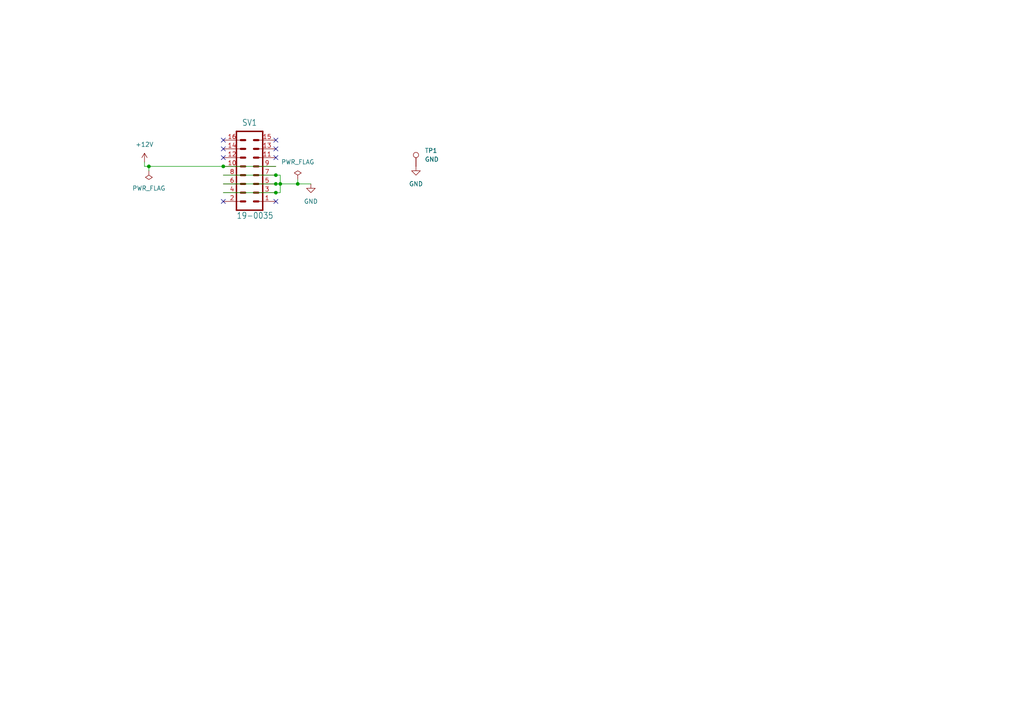
<source format=kicad_sch>
(kicad_sch (version 20230121) (generator eeschema)
  (paper "A4")
  (title_block (title "disting NT pedalboard breakout") (date "2024-11-14") (rev "1.0") (company "Expert Sleepers Ltd"))
  (lib_symbols
    (symbol "Connector:TestPoint" (pin_numbers hide) (pin_names (offset 0.762) hide)
      (property "Reference" "TP" (at 0 6.858 0))
      (property "Value" "TestPoint" (at 0 5.08 0))
      (symbol "TestPoint_0_1"
        (circle (center 0 3.302) (radius 0.762))
      )
      (symbol "TestPoint_1_1"
        (pin passive line (at 0 0 90) (length 2.54) (name "1") (number "1"))
      )
    )
    (symbol "eurorack:ML16"
      (property "Reference" "SV" (at -3.81 10.922 0))
      (symbol "ML16_1_0"
        (polyline (pts (xy -3.81 10.16) (xy -3.81 -12.7)) (stroke (width 0.4064)))
        (polyline (pts (xy -3.81 10.16) (xy 3.81 10.16)) (stroke (width 0.4064)))
        (polyline (pts (xy -2.54 -10.16) (xy -1.27 -10.16)) (stroke (width 0.6096)))
        (polyline (pts (xy -2.54 -7.62) (xy -1.27 -7.62)) (stroke (width 0.6096)))
        (polyline (pts (xy -2.54 -5.08) (xy -1.27 -5.08)) (stroke (width 0.6096)))
        (polyline (pts (xy -2.54 -2.54) (xy -1.27 -2.54)) (stroke (width 0.6096)))
        (polyline (pts (xy -2.54 0) (xy -1.27 0)) (stroke (width 0.6096)))
        (polyline (pts (xy -2.54 2.54) (xy -1.27 2.54)) (stroke (width 0.6096)))
        (polyline (pts (xy -2.54 5.08) (xy -1.27 5.08)) (stroke (width 0.6096)))
        (polyline (pts (xy -2.54 7.62) (xy -1.27 7.62)) (stroke (width 0.6096)))
        (polyline (pts (xy 1.27 -10.16) (xy 2.54 -10.16)) (stroke (width 0.6096)))
        (polyline (pts (xy 1.27 -7.62) (xy 2.54 -7.62)) (stroke (width 0.6096)))
        (polyline (pts (xy 1.27 -5.08) (xy 2.54 -5.08)) (stroke (width 0.6096)))
        (polyline (pts (xy 1.27 -2.54) (xy 2.54 -2.54)) (stroke (width 0.6096)))
        (polyline (pts (xy 1.27 0) (xy 2.54 0)) (stroke (width 0.6096)))
        (polyline (pts (xy 1.27 2.54) (xy 2.54 2.54)) (stroke (width 0.6096)))
        (polyline (pts (xy 1.27 5.08) (xy 2.54 5.08)) (stroke (width 0.6096)))
        (polyline (pts (xy 1.27 7.62) (xy 2.54 7.62)) (stroke (width 0.6096)))
        (polyline (pts (xy 2.54 2.54) (xy 3.175 2.54)) (stroke (width 0.1524)))
        (polyline (pts (xy 3.81 -12.7) (xy -3.81 -12.7)) (stroke (width 0.4064)))
        (polyline (pts (xy 3.81 -12.7) (xy 3.81 10.16)) (stroke (width 0.4064)))
        (pin passive line (at 7.62 -10.16 180) (length 5.08) (name "1") (number "1"))
        (pin passive line (at -7.62 0 0) (length 5.08) (name "10") (number "10"))
        (pin passive line (at 7.62 2.54 180) (length 5.08) (name "11") (number "11"))
        (pin passive line (at -7.62 2.54 0) (length 5.08) (name "12") (number "12"))
        (pin passive line (at 7.62 5.08 180) (length 5.08) (name "13") (number "13"))
        (pin passive line (at -7.62 5.08 0) (length 5.08) (name "14") (number "14"))
        (pin passive line (at 7.62 7.62 180) (length 5.08) (name "15") (number "15"))
        (pin passive line (at -7.62 7.62 0) (length 5.08) (name "16") (number "16"))
        (pin passive line (at -7.62 -10.16 0) (length 5.08) (name "2") (number "2"))
        (pin passive line (at 7.62 -7.62 180) (length 5.08) (name "3") (number "3"))
        (pin passive line (at -7.62 -7.62 0) (length 5.08) (name "4") (number "4"))
        (pin passive line (at 7.62 -5.08 180) (length 5.08) (name "5") (number "5"))
        (pin passive line (at -7.62 -5.08 0) (length 5.08) (name "6") (number "6"))
        (pin passive line (at 7.62 -2.54 180) (length 5.08) (name "7") (number "7"))
        (pin passive line (at -7.62 -2.54 0) (length 5.08) (name "8") (number "8"))
        (pin passive line (at 7.62 0 180) (length 5.08) (name "9") (number "9"))
      )
    )
    (symbol "power:+12V" (power) (pin_names (offset 0))
      (property "Value" "+12V" (at 0 3.556 0))
      (symbol "+12V_0_1"
        (polyline (pts (xy -0.762 1.27) (xy 0 2.54)))
        (polyline (pts (xy 0 0) (xy 0 2.54)))
        (polyline (pts (xy 0 2.54) (xy 0.762 1.27)))
      )
      (symbol "+12V_1_1"
        (pin power_in line (at 0 0 90) (length 0) hide (name "+12V") (number "1"))
      )
    )
    (symbol "power:GND" (power) (pin_names (offset 0))
      (property "Value" "GND" (at 0 -3.81 0))
      (symbol "GND_0_1"
        (polyline (pts (xy 0 0) (xy 0 -1.27) (xy 1.27 -1.27) (xy 0 -2.54) (xy -1.27 -1.27) (xy 0 -1.27)))
      )
      (symbol "GND_1_1"
        (pin power_in line (at 0 0 270) (length 0) hide (name "GND") (number "1"))
      )
    )
    (symbol "power:PWR_FLAG" (power) (pin_numbers hide) (pin_names (offset 0) hide)
      (property "Value" "PWR_FLAG" (at 0 3.81 0))
      (symbol "PWR_FLAG_0_0"
        (pin power_out line (at 0 0 90) (length 0) (name "pwr") (number "1"))
      )
      (symbol "PWR_FLAG_0_1"
        (polyline (pts (xy 0 0) (xy 0 1.27) (xy -1.016 1.905) (xy 0 2.54) (xy 1.016 1.905) (xy 0 1.27)))
      )
    )
  )
  (junction (at 43.18 48.26))
  (junction (at 86.36 53.34))
  (junction (at 80.01 55.88))
  (junction (at 80.01 53.34))
  (junction (at 80.01 50.8))
  (junction (at 81.28 53.34))
  (junction (at 64.77 48.26))
  (no_connect (at 64.77 58.42))
  (no_connect (at 64.77 45.72))
  (no_connect (at 64.77 43.18))
  (no_connect (at 80.01 45.72))
  (no_connect (at 64.77 40.64))
  (no_connect (at 80.01 43.18))
  (no_connect (at 80.01 40.64))
  (no_connect (at 80.01 58.42))
  (wire (pts (xy 80.01 55.88) (xy 81.28 55.88)))
  (wire (pts (xy 81.28 50.8) (xy 81.28 53.34)))
  (wire (pts (xy 41.91 48.26) (xy 43.18 48.26)))
  (wire (pts (xy 64.77 53.34) (xy 80.01 53.34)))
  (wire (pts (xy 80.01 53.34) (xy 81.28 53.34)))
  (wire (pts (xy 81.28 53.34) (xy 86.36 53.34)))
  (wire (pts (xy 80.01 50.8) (xy 81.28 50.8)))
  (wire (pts (xy 64.77 50.8) (xy 80.01 50.8)))
  (wire (pts (xy 86.36 53.34) (xy 90.17 53.34)))
  (wire (pts (xy 64.77 55.88) (xy 80.01 55.88)))
  (wire (pts (xy 41.91 46.99) (xy 41.91 48.26)))
  (wire (pts (xy 43.18 48.26) (xy 43.18 49.53)))
  (wire (pts (xy 64.77 48.26) (xy 80.01 48.26)))
  (wire (pts (xy 86.36 52.07) (xy 86.36 53.34)))
  (wire (pts (xy 43.18 48.26) (xy 64.77 48.26)))
  (wire (pts (xy 81.28 55.88) (xy 81.28 53.34)))
  (symbol (lib_id "power:+12V") (at 41.91 46.99 0) (unit 1)
    (property "Reference" "#PWR01" (effects hide))
    (property "Value" "+12V" (at 41.91 41.91 0))
  )
  (symbol (lib_id "power:PWR_FLAG") (at 86.36 52.07 0) (unit 1)
    (property "Reference" "#FLG02" (effects hide))
    (property "Value" "PWR_FLAG" (at 86.36 46.99 0))
  )
  (symbol (lib_id "power:GND") (at 90.17 53.34 0) (unit 1)
    (property "Reference" "#PWR03" (effects hide))
    (property "Value" "GND" (at 90.17 58.42 0))
  )
  (symbol (lib_id "power:PWR_FLAG") (at 43.18 49.53 180) (unit 1)
    (property "Reference" "#FLG01" (effects hide))
    (property "Value" "PWR_FLAG" (at 43.18 54.61 0))
  )
  (symbol (lib_id "eurorack:ML16") (at 72.39 48.26 0) (unit 1) (in_bom no)
    (property "Reference" "SV1" (at 72.39 35.56 0) (effects (font (size 1.778 1.5113))))
    (property "Value" "19-0035" (at 68.58 63.5 0) (effects (font (size 1.778 1.5113)) (justify left bottom)))
    (property "Footprint" "eurorack:ML16" (effects hide))
    (property "Manufacturer" "Rapid" (effects hide))
  )
  (symbol (lib_id "Connector:TestPoint") (at 120.65 48.26 0) (unit 1) (in_bom no)
    (property "Reference" "TP1" (at 123.19 43.688 0) (effects (justify left)))
    (property "Value" "GND" (at 123.19 46.228 0) (effects (justify left)))
    (property "Footprint" "TestPoint:TestPoint_THTPad_D1.5mm_Drill0.7mm" (effects hide))
  )
  (symbol (lib_id "power:GND") (at 120.65 48.26 0) (unit 1)
    (property "Reference" "#PWR02" (effects hide))
    (property "Value" "GND" (at 120.65 53.34 0))
  )
)
</source>
